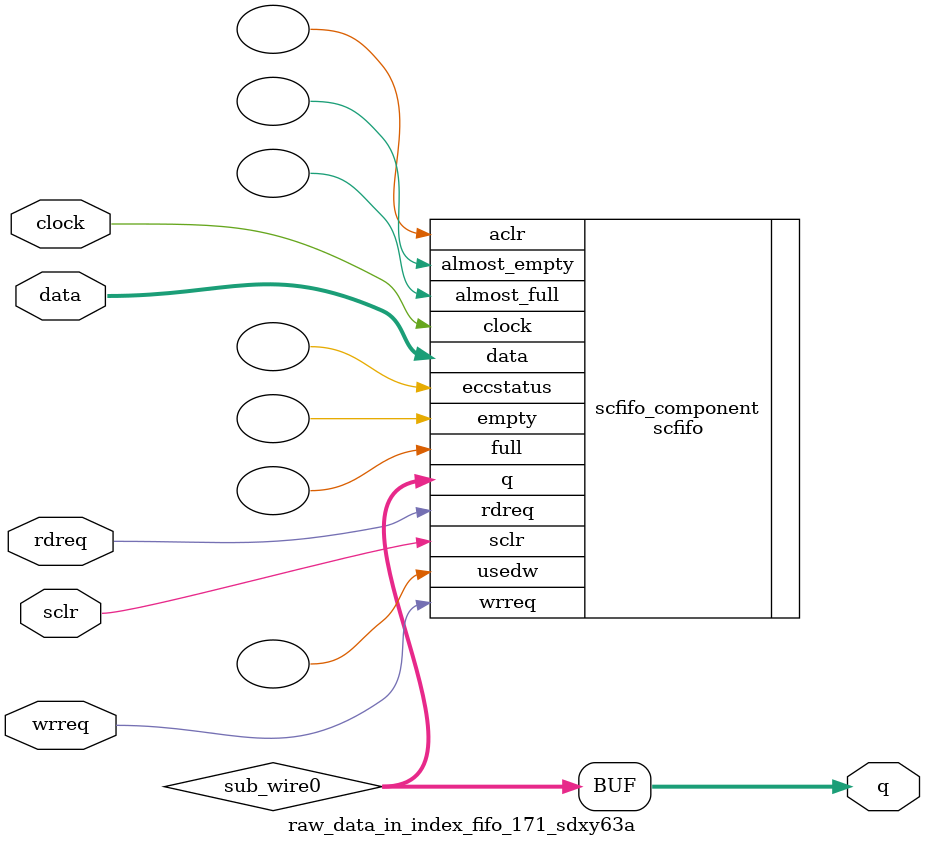
<source format=v>



`timescale 1 ps / 1 ps
// synopsys translate_on
module  raw_data_in_index_fifo_171_sdxy63a  (
    clock,
    data,
    rdreq,
    sclr,
    wrreq,
    q);

    input    clock;
    input  [9:0]  data;
    input    rdreq;
    input    sclr;
    input    wrreq;
    output [9:0]  q;

    wire [9:0] sub_wire0;
    wire [9:0] q = sub_wire0[9:0];

    scfifo  scfifo_component (
                .clock (clock),
                .data (data),
                .rdreq (rdreq),
                .sclr (sclr),
                .wrreq (wrreq),
                .q (sub_wire0),
                .aclr (),
                .almost_empty (),
                .almost_full (),
                .eccstatus (),
                .empty (),
                .full (),
                .usedw ());
    defparam
        scfifo_component.add_ram_output_register  = "ON",
        scfifo_component.enable_ecc  = "FALSE",
        scfifo_component.intended_device_family  = "Arria 10",
        scfifo_component.lpm_numwords  = 1024,
        scfifo_component.lpm_showahead  = "OFF",
        scfifo_component.lpm_type  = "scfifo",
        scfifo_component.lpm_width  = 10,
        scfifo_component.lpm_widthu  = 10,
        scfifo_component.overflow_checking  = "ON",
        scfifo_component.underflow_checking  = "ON",
        scfifo_component.use_eab  = "ON";


endmodule



</source>
